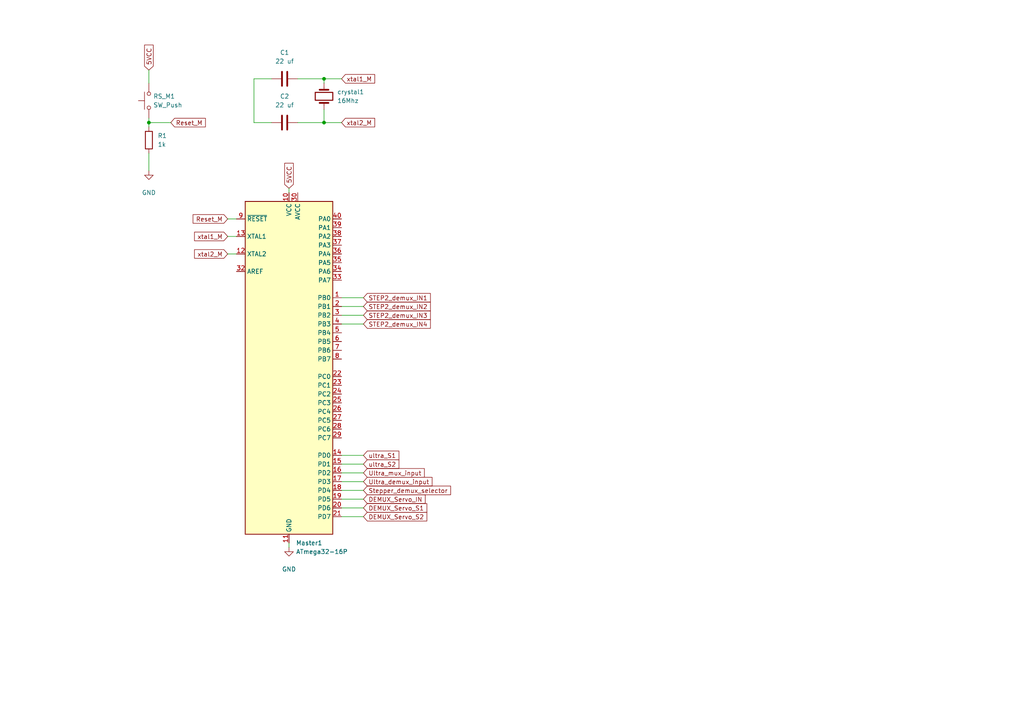
<source format=kicad_sch>
(kicad_sch (version 20211123) (generator eeschema)
  (paper "A4")
  (lib_symbols
    (symbol "Analog_Switch:CD4052B"
      (property "Reference" "U" (at -10.16 16.51 0))
      (property "Value" "CD4052B" (at 3.81 16.51 0))
      (symbol "CD4052B_0_1"
        (rectangle (start -10.16 8.89) (end -5.08 13.97) (stroke (width 0.254)))
        (rectangle (start -10.16 15.24) (end 10.16 -15.24) (stroke (width 0.254)) (fill (type background)))
        (circle (center -6.096 -7.62) (radius 0.508) (stroke (width 0.254)))
        (circle (center -6.096 5.08) (radius 0.508) (stroke (width 0.254)))
        (circle (center -2.286 -7.62) (radius 0.508) (stroke (width 0.254)))
        (circle (center -2.286 5.08) (radius 0.508) (stroke (width 0.254)))
        (polyline (pts (xy -8.128 -7.62) (xy -6.604 -7.62)) (stroke (width 0.254)))
        (polyline (pts (xy -8.128 5.08) (xy -6.604 5.08)) (stroke (width 0.254)))
        (polyline (pts (xy -5.588 -7.366) (xy -3.302 -6.604)) (stroke (width 0.254)))
        (polyline (pts (xy -5.588 5.334) (xy -3.302 6.096)) (stroke (width 0.254)))
        (polyline (pts (xy -4.572 -10.16) (xy -5.207 -10.16)) (stroke (width 0.254)))
        (polyline (pts (xy -4.572 -9.906) (xy -4.572 -9.271)) (stroke (width 0.254)))
        (polyline (pts (xy -4.572 -8.636) (xy -4.572 -8.001)) (stroke (width 0.254)))
        (polyline (pts (xy -4.572 -5.842) (xy -4.572 -5.207)) (stroke (width 0.254)))
        (polyline (pts (xy -4.572 -4.572) (xy -4.572 -3.937)) (stroke (width 0.254)))
        (polyline (pts (xy -4.572 -3.302) (xy -4.572 -2.667)) (stroke (width 0.254)))
        (polyline (pts (xy -4.572 -2.032) (xy -4.572 -1.397)) (stroke (width 0.254)))
        (polyline (pts (xy -4.572 -0.762) (xy -4.572 -0.127)) (stroke (width 0.254)))
        (polyline (pts (xy -4.572 0.508) (xy -4.572 1.143)) (stroke (width 0.254)))
        (polyline (pts (xy -4.572 2.032) (xy -4.572 2.667)) (stroke (width 0.254)))
        (polyline (pts (xy -4.572 3.302) (xy -4.572 3.937)) (stroke (width 0.254)))
        (polyline (pts (xy -4.572 4.572) (xy -4.572 5.207)) (stroke (width 0.254)))
        (polyline (pts (xy -4.572 11.43) (xy -5.08 11.43)) (stroke (width 0.254)))
        (polyline (pts (xy -3.81 11.43) (xy -3.175 11.43)) (stroke (width 0.254)))
        (polyline (pts (xy -1.778 -7.366) (xy 2.286 -5.08)) (stroke (width 0.254)))
        (polyline (pts (xy -1.778 5.334) (xy 2.286 7.62)) (stroke (width 0.254)))
        (polyline (pts (xy -1.778 11.43) (xy -2.286 11.43)) (stroke (width 0.254)))
        (polyline (pts (xy -0.508 -5.334) (xy -0.508 -4.699)) (stroke (width 0.254)))
        (polyline (pts (xy -0.508 -4.064) (xy -0.508 -3.429)) (stroke (width 0.254)))
        (polyline (pts (xy -0.508 -2.794) (xy -0.508 -2.159)) (stroke (width 0.254)))
        (polyline (pts (xy -0.508 -1.524) (xy -0.508 -0.889)) (stroke (width 0.254)))
        (polyline (pts (xy -0.508 -0.254) (xy -0.508 0.381)) (stroke (width 0.254)))
        (polyline (pts (xy -0.508 1.27) (xy -0.508 1.905)) (stroke (width 0.254)))
        (polyline (pts (xy -0.508 2.54) (xy -0.508 3.175)) (stroke (width 0.254)))
        (polyline (pts (xy -0.508 3.81) (xy -0.508 4.445)) (stroke (width 0.254)))
        (polyline (pts (xy -0.508 5.08) (xy -0.508 5.715)) (stroke (width 0.254)))
        (polyline (pts (xy -0.508 6.35) (xy -0.508 6.985)) (stroke (width 0.254)))
        (polyline (pts (xy -0.508 7.62) (xy -0.508 8.255)) (stroke (width 0.254)))
        (polyline (pts (xy -0.508 8.89) (xy -0.508 9.398)) (stroke (width 0.254)))
        (polyline (pts (xy -0.508 8.89) (xy -0.508 9.525)) (stroke (width 0.254)))
        (polyline (pts (xy -0.508 9.906) (xy -0.508 10.414)) (stroke (width 0.254)))
        (polyline (pts (xy -0.508 10.922) (xy -0.508 11.43)) (stroke (width 0.254)))
        (polyline (pts (xy -0.508 11.43) (xy -1.016 11.43)) (stroke (width 0.254)))
        (polyline (pts (xy 4.064 -12.7) (xy 5.842 -12.7)) (stroke (width 0.254)))
        (polyline (pts (xy 4.064 -10.16) (xy 5.842 -10.16)) (stroke (width 0.254)))
        (polyline (pts (xy 4.064 -7.62) (xy 5.842 -7.62)) (stroke (width 0.254)))
        (polyline (pts (xy 4.064 -5.08) (xy 5.842 -5.08)) (stroke (width 0.254)))
        (polyline (pts (xy 4.064 0) (xy 5.842 0)) (stroke (width 0.254)))
        (polyline (pts (xy 4.064 2.54) (xy 5.842 2.54)) (stroke (width 0.254)))
        (polyline (pts (xy 4.064 5.08) (xy 5.842 5.08)) (stroke (width 0.254)))
        (polyline (pts (xy 4.064 7.62) (xy 5.842 7.62)) (stroke (width 0.254)))
        (circle (center 3.556 -12.7) (radius 0.508) (stroke (width 0.254)))
        (circle (center 3.556 -10.16) (radius 0.508) (stroke (width 0.254)))
        (circle (center 3.556 -7.62) (radius 0.508) (stroke (width 0.254)))
        (circle (center 3.556 -5.08) (radius 0.508) (stroke (width 0.254)))
        (circle (center 3.556 0) (radius 0.508) (stroke (width 0.254)))
        (circle (center 3.556 2.54) (radius 0.508) (stroke (width 0.254)))
        (circle (center 3.556 5.08) (radius 0.508) (stroke (width 0.254)))
        (circle (center 3.556 7.62) (radius 0.508) (stroke (width 0.254)))
      )
      (symbol "CD4052B_1_1"
        (pin bidirectional line (at 12.7 -5.08 180) (length 2.54) (name "Y0") (number "1"))
        (pin input line (at -12.7 12.7 0) (length 2.54) (name "A") (number "10"))
        (pin bidirectional line (at 12.7 0 180) (length 2.54) (name "X3") (number "11"))
        (pin bidirectional line (at 12.7 7.62 180) (length 2.54) (name "X0") (number "12"))
        (pin bidirectional line (at -12.7 5.08 0) (length 2.54) (name "X") (number "13"))
        (pin bidirectional line (at 12.7 5.08 180) (length 2.54) (name "X1") (number "14"))
        (pin bidirectional line (at 12.7 2.54 180) (length 2.54) (name "X2") (number "15"))
        (pin power_in line (at 2.54 17.78 270) (length 2.54) (name "VDD") (number "16"))
        (pin bidirectional line (at 12.7 -10.16 180) (length 2.54) (name "Y2") (number "2"))
        (pin bidirectional line (at -12.7 -7.62 0) (length 2.54) (name "Y") (number "3"))
        (pin bidirectional line (at 12.7 -12.7 180) (length 2.54) (name "Y3") (number "4"))
        (pin bidirectional line (at 12.7 -7.62 180) (length 2.54) (name "Y1") (number "5"))
        (pin input line (at -12.7 -10.16 0) (length 2.54) (name "INH") (number "6"))
        (pin power_in line (at -2.54 -17.78 90) (length 2.54) (name "VEE") (number "7"))
        (pin power_in line (at 0 -17.78 90) (length 2.54) (name "VSS") (number "8"))
        (pin input line (at -12.7 10.16 0) (length 2.54) (name "B") (number "9"))
      )
    )
    (symbol "Connector:Conn_01x06_Female" (pin_names (offset 1.016) hide)
      (property "Reference" "J" (at 0 7.62 0))
      (property "Value" "Conn_01x06_Female" (at 0 -10.16 0))
      (symbol "Conn_01x06_Female_1_1"
        (arc (start 0 -7.112) (mid -0.508 -7.62) (end 0 -8.128) (stroke (width 0.1524)))
        (arc (start 0 -4.572) (mid -0.508 -5.08) (end 0 -5.588) (stroke (width 0.1524)))
        (arc (start 0 -2.032) (mid -0.508 -2.54) (end 0 -3.048) (stroke (width 0.1524)))
        (polyline (pts (xy -1.27 -7.62) (xy -0.508 -7.62)) (stroke (width 0.1524)))
        (polyline (pts (xy -1.27 -5.08) (xy -0.508 -5.08)) (stroke (width 0.1524)))
        (polyline (pts (xy -1.27 -2.54) (xy -0.508 -2.54)) (stroke (width 0.1524)))
        (polyline (pts (xy -1.27 0) (xy -0.508 0)) (stroke (width 0.1524)))
        (polyline (pts (xy -1.27 2.54) (xy -0.508 2.54)) (stroke (width 0.1524)))
        (polyline (pts (xy -1.27 5.08) (xy -0.508 5.08)) (stroke (width 0.1524)))
        (arc (start 0 0.508) (mid -0.508 0) (end 0 -0.508) (stroke (width 0.1524)))
        (arc (start 0 3.048) (mid -0.508 2.54) (end 0 2.032) (stroke (width 0.1524)))
        (arc (start 0 5.588) (mid -0.508 5.08) (end 0 4.572) (stroke (width 0.1524)))
        (pin passive line (at -5.08 5.08 0) (length 3.81) (name "Pin_1") (number "1"))
        (pin passive line (at -5.08 2.54 0) (length 3.81) (name "Pin_2") (number "2"))
        (pin passive line (at -5.08 0 0) (length 3.81) (name "Pin_3") (number "3"))
        (pin passive line (at -5.08 -2.54 0) (length 3.81) (name "Pin_4") (number "4"))
        (pin passive line (at -5.08 -5.08 0) (length 3.81) (name "Pin_5") (number "5"))
        (pin passive line (at -5.08 -7.62 0) (length 3.81) (name "Pin_6") (number "6"))
      )
    )
    (symbol "Connector:Screw_Terminal_01x02" (pin_names (offset 1.016) hide)
      (property "Reference" "J" (at 0 2.54 0))
      (property "Value" "Screw_Terminal_01x02" (at 0 -5.08 0))
      (symbol "Screw_Terminal_01x02_1_1"
        (rectangle (start -1.27 1.27) (end 1.27 -3.81) (stroke (width 0.254)) (fill (type background)))
        (circle (center 0 -2.54) (radius 0.635) (stroke (width 0.1524)))
        (polyline (pts (xy -0.5334 -2.2098) (xy 0.3302 -3.048)) (stroke (width 0.1524)))
        (polyline (pts (xy -0.5334 0.3302) (xy 0.3302 -0.508)) (stroke (width 0.1524)))
        (polyline (pts (xy -0.3556 -2.032) (xy 0.508 -2.8702)) (stroke (width 0.1524)))
        (polyline (pts (xy -0.3556 0.508) (xy 0.508 -0.3302)) (stroke (width 0.1524)))
        (circle (center 0 0) (radius 0.635) (stroke (width 0.1524)))
        (pin passive line (at -5.08 0 0) (length 3.81) (name "Pin_1") (number "1"))
        (pin passive line (at -5.08 -2.54 0) (length 3.81) (name "Pin_2") (number "2"))
      )
    )
    (symbol "Connector:Screw_Terminal_01x04" (pin_names (offset 1.016) hide)
      (property "Reference" "J" (at 0 5.08 0))
      (property "Value" "Screw_Terminal_01x04" (at 0 -7.62 0))
      (symbol "Screw_Terminal_01x04_1_1"
        (rectangle (start -1.27 3.81) (end 1.27 -6.35) (stroke (width 0.254)) (fill (type background)))
        (circle (center 0 -5.08) (radius 0.635) (stroke (width 0.1524)))
        (circle (center 0 -2.54) (radius 0.635) (stroke (width 0.1524)))
        (polyline (pts (xy -0.5334 -4.7498) (xy 0.3302 -5.588)) (stroke (width 0.1524)))
        (polyline (pts (xy -0.5334 -2.2098) (xy 0.3302 -3.048)) (stroke (width 0.1524)))
        (polyline (pts (xy -0.5334 0.3302) (xy 0.3302 -0.508)) (stroke (width 0.1524)))
        (polyline (pts (xy -0.5334 2.8702) (xy 0.3302 2.032)) (stroke (width 0.1524)))
        (polyline (pts (xy -0.3556 -4.572) (xy 0.508 -5.4102)) (stroke (width 0.1524)))
        (polyline (pts (xy -0.3556 -2.032) (xy 0.508 -2.8702)) (stroke (width 0.1524)))
        (polyline (pts (xy -0.3556 0.508) (xy 0.508 -0.3302)) (stroke (width 0.1524)))
        (polyline (pts (xy -0.3556 3.048) (xy 0.508 2.2098)) (stroke (width 0.1524)))
        (circle (center 0 0) (radius 0.635) (stroke (width 0.1524)))
        (circle (center 0 2.54) (radius 0.635) (stroke (width 0.1524)))
        (pin passive line (at -5.08 2.54 0) (length 3.81) (name "Pin_1") (number "1"))
        (pin passive line (at -5.08 0 0) (length 3.81) (name "Pin_2") (number "2"))
        (pin passive line (at -5.08 -2.54 0) (length 3.81) (name "Pin_3") (number "3"))
        (pin passive line (at -5.08 -5.08 0) (length 3.81) (name "Pin_4") (number "4"))
      )
    )
    (symbol "Device:C" (pin_numbers hide) (pin_names (offset 0.254))
      (property "Reference" "C" (at 0.635 2.54 0))
      (property "Value" "C" (at 0.635 -2.54 0))
      (symbol "C_0_1"
        (polyline (pts (xy -2.032 -0.762) (xy 2.032 -0.762)) (stroke (width 0.508)))
        (polyline (pts (xy -2.032 0.762) (xy 2.032 0.762)) (stroke (width 0.508)))
      )
      (symbol "C_1_1"
        (pin passive line (at 0 3.81 270) (length 2.794) (name "~") (number "1"))
        (pin passive line (at 0 -3.81 90) (length 2.794) (name "~") (number "2"))
      )
    )
    (symbol "Device:Crystal" (pin_numbers hide) (pin_names (offset 1.016) hide)
      (property "Reference" "Y" (at 0 3.81 0))
      (property "Value" "Crystal" (at 0 -3.81 0))
      (symbol "Crystal_0_1"
        (rectangle (start -1.143 2.54) (end 1.143 -2.54) (stroke (width 0.3048)))
        (polyline (pts (xy -2.54 0) (xy -1.905 0)))
        (polyline (pts (xy -1.905 -1.27) (xy -1.905 1.27)) (stroke (width 0.508)))
        (polyline (pts (xy 1.905 -1.27) (xy 1.905 1.27)) (stroke (width 0.508)))
        (polyline (pts (xy 2.54 0) (xy 1.905 0)))
      )
      (symbol "Crystal_1_1"
        (pin passive line (at -3.81 0 0) (length 1.27) (name "1") (number "1"))
        (pin passive line (at 3.81 0 180) (length 1.27) (name "2") (number "2"))
      )
    )
    (symbol "Device:R" (pin_numbers hide) (pin_names (offset 0))
      (property "Reference" "R" (at 2.032 0 90))
      (property "Value" "R" (at 0 0 90))
      (symbol "R_0_1"
        (rectangle (start -1.016 -2.54) (end 1.016 2.54) (stroke (width 0.254)))
      )
      (symbol "R_1_1"
        (pin passive line (at 0 3.81 270) (length 1.27) (name "~") (number "1"))
        (pin passive line (at 0 -3.81 90) (length 1.27) (name "~") (number "2"))
      )
    )
    (symbol "Driver_Motor:L293D" (pin_names (offset 1.016))
      (property "Reference" "U" (at -5.08 26.035 0))
      (property "Value" "L293D" (at -5.08 24.13 0))
      (symbol "L293D_0_1"
        (rectangle (start -10.16 22.86) (end 10.16 -17.78) (stroke (width 0.254)) (fill (type background)))
        (circle (center -2.286 -6.858) (radius 0.254) (fill (type outline)))
        (circle (center -2.286 8.255) (radius 0.254) (fill (type outline)))
        (polyline (pts (xy -6.35 -4.953) (xy -1.27 -4.953)))
        (polyline (pts (xy -6.35 0.127) (xy -3.175 0.127)))
        (polyline (pts (xy -6.35 10.16) (xy -1.27 10.16)))
        (polyline (pts (xy -6.35 15.24) (xy -3.175 15.24)))
        (polyline (pts (xy -1.27 0.127) (xy 6.35 0.127)))
        (polyline (pts (xy -1.27 15.24) (xy 6.35 15.24)))
        (polyline (pts (xy 0.635 -4.953) (xy 6.35 -4.953)))
        (polyline (pts (xy 0.635 10.16) (xy 6.35 10.16)))
        (polyline (pts (xy -2.286 -6.858) (xy -0.254 -6.858) (xy -0.254 -5.588)))
        (polyline (pts (xy -2.286 -0.635) (xy -2.286 -10.16) (xy -3.556 -10.16)))
        (polyline (pts (xy -2.286 8.255) (xy -0.254 8.255) (xy -0.254 9.525)))
        (polyline (pts (xy -2.286 14.478) (xy -2.286 5.08) (xy -3.556 5.08)))
        (polyline (pts (xy -3.175 1.397) (xy -3.175 -1.143) (xy -1.27 0.127) (xy -3.175 1.397)))
        (polyline (pts (xy -3.175 16.51) (xy -3.175 13.97) (xy -1.27 15.24) (xy -3.175 16.51)))
        (polyline (pts (xy -1.27 -3.683) (xy -1.27 -6.223) (xy 0.635 -4.953) (xy -1.27 -3.683)))
        (polyline (pts (xy -1.27 11.43) (xy -1.27 8.89) (xy 0.635 10.16) (xy -1.27 11.43)))
      )
      (symbol "L293D_1_1"
        (pin input line (at -12.7 5.08 0) (length 2.54) (name "EN1,2") (number "1"))
        (pin input line (at -12.7 0 0) (length 2.54) (name "3A") (number "10"))
        (pin output line (at 12.7 0 180) (length 2.54) (name "3Y") (number "11"))
        (pin power_in line (at 2.54 -20.32 90) (length 2.54) (name "GND") (number "12"))
        (pin power_in line (at 5.08 -20.32 90) (length 2.54) (name "GND") (number "13"))
        (pin output line (at 12.7 -5.08 180) (length 2.54) (name "4Y") (number "14"))
        (pin input line (at -12.7 -5.08 0) (length 2.54) (name "4A") (number "15"))
        (pin power_in line (at -2.54 25.4 270) (length 2.54) (name "VCC1") (number "16"))
        (pin input line (at -12.7 15.24 0) (length 2.54) (name "1A") (number "2"))
        (pin output line (at 12.7 15.24 180) (length 2.54) (name "1Y") (number "3"))
        (pin power_in line (at -5.08 -20.32 90) (length 2.54) (name "GND") (number "4"))
        (pin power_in line (at -2.54 -20.32 90) (length 2.54) (name "GND") (number "5"))
        (pin output line (at 12.7 10.16 180) (length 2.54) (name "2Y") (number "6"))
        (pin input line (at -12.7 10.16 0) (length 2.54) (name "2A") (number "7"))
        (pin power_in line (at 2.54 25.4 270) (length 2.54) (name "VCC2") (number "8"))
        (pin input line (at -12.7 -10.16 0) (length 2.54) (name "EN3,4") (number "9"))
      )
    )
    (symbol "MCU_Microchip_ATmega:ATmega32-16P"
      (property "Reference" "U" (at -12.7 49.53 0))
      (property "Value" "ATmega32-16P" (at 2.54 -49.53 0))
      (symbol "ATmega32-16P_0_1"
        (rectangle (start -12.7 -48.26) (end 12.7 48.26) (stroke (width 0.254)) (fill (type background)))
      )
      (symbol "ATmega32-16P_1_1"
        (pin bidirectional line (at 15.24 20.32 180) (length 2.54) (name "PB0") (number "1"))
        (pin power_in line (at 0 50.8 270) (length 2.54) (name "VCC") (number "10"))
        (pin power_in line (at 0 -50.8 90) (length 2.54) (name "GND") (number "11"))
        (pin output line (at -15.24 33.02 0) (length 2.54) (name "XTAL2") (number "12"))
        (pin input line (at -15.24 38.1 0) (length 2.54) (name "XTAL1") (number "13"))
        (pin bidirectional line (at 15.24 -25.4 180) (length 2.54) (name "PD0") (number "14"))
        (pin bidirectional line (at 15.24 -27.94 180) (length 2.54) (name "PD1") (number "15"))
        (pin bidirectional line (at 15.24 -30.48 180) (length 2.54) (name "PD2") (number "16"))
        (pin bidirectional line (at 15.24 -33.02 180) (length 2.54) (name "PD3") (number "17"))
        (pin bidirectional line (at 15.24 -35.56 180) (length 2.54) (name "PD4") (number "18"))
        (pin bidirectional line (at 15.24 -38.1 180) (length 2.54) (name "PD5") (number "19"))
        (pin bidirectional line (at 15.24 17.78 180) (length 2.54) (name "PB1") (number "2"))
        (pin bidirectional line (at 15.24 -40.64 180) (length 2.54) (name "PD6") (number "20"))
        (pin bidirectional line (at 15.24 -43.18 180) (length 2.54) (name "PD7") (number "21"))
        (pin bidirectional line (at 15.24 -2.54 180) (length 2.54) (name "PC0") (number "22"))
        (pin bidirectional line (at 15.24 -5.08 180) (length 2.54) (name "PC1") (number "23"))
        (pin bidirectional line (at 15.24 -7.62 180) (length 2.54) (name "PC2") (number "24"))
        (pin bidirectional line (at 15.24 -10.16 180) (length 2.54) (name "PC3") (number "25"))
        (pin bidirectional line (at 15.24 -12.7 180) (length 2.54) (name "PC4") (number "26"))
        (pin bidirectional line (at 15.24 -15.24 180) (length 2.54) (name "PC5") (number "27"))
        (pin bidirectional line (at 15.24 -17.78 180) (length 2.54) (name "PC6") (number "28"))
        (pin bidirectional line (at 15.24 -20.32 180) (length 2.54) (name "PC7") (number "29"))
        (pin bidirectional line (at 15.24 15.24 180) (length 2.54) (name "PB2") (number "3"))
        (pin power_in line (at 2.54 50.8 270) (length 2.54) (name "AVCC") (number "30"))
        (pin passive line (at 0 -50.8 90) (length 2.54) hide (name "GND") (number "31"))
        (pin passive line (at -15.24 27.94 0) (length 2.54) (name "AREF") (number "32"))
        (pin bidirectional line (at 15.24 25.4 180) (length 2.54) (name "PA7") (number "33"))
        (pin bidirectional line (at 15.24 27.94 180) (length 2.54) (name "PA6") (number "34"))
        (pin bidirectional line (at 15.24 30.48 180) (length 2.54) (name "PA5") (number "35"))
        (pin bidirectional line (at 15.24 33.02 180) (length 2.54) (name "PA4") (number "36"))
        (pin bidirectional line (at 15.24 35.56 180) (length 2.54) (name "PA3") (number "37"))
        (pin bidirectional line (at 15.24 38.1 180) (length 2.54) (name "PA2") (number "38"))
        (pin bidirectional line (at 15.24 40.64 180) (length 2.54) (name "PA1") (number "39"))
        (pin bidirectional line (at 15.24 12.7 180) (length 2.54) (name "PB3") (number "4"))
        (pin bidirectional line (at 15.24 43.18 180) (length 2.54) (name "PA0") (number "40"))
        (pin bidirectional line (at 15.24 10.16 180) (length 2.54) (name "PB4") (number "5"))
        (pin bidirectional line (at 15.24 7.62 180) (length 2.54) (name "PB5") (number "6"))
        (pin bidirectional line (at 15.24 5.08 180) (length 2.54) (name "PB6") (number "7"))
        (pin bidirectional line (at 15.24 2.54 180) (length 2.54) (name "PB7") (number "8"))
        (pin input line (at -15.24 43.18 0) (length 2.54) (name "~{RESET}") (number "9"))
      )
    )
    (symbol "Mechanical:MountingHole" (pin_names (offset 1.016))
      (property "Reference" "H" (at 0 5.08 0))
      (property "Value" "MountingHole" (at 0 3.175 0))
      (symbol "MountingHole_0_1"
        (circle (center 0 0) (radius 1.27) (stroke (width 1.27)))
      )
    )
    (symbol "Switch:SW_Push" (pin_numbers hide) (pin_names (offset 1.016) hide)
      (property "Reference" "SW" (at 1.27 2.54 0))
      (property "Value" "SW_Push" (at 0 -1.524 0))
      (symbol "SW_Push_0_1"
        (circle (center -2.032 0) (radius 0.508))
        (polyline (pts (xy 0 1.27) (xy 0 3.048)))
        (polyline (pts (xy 2.54 1.27) (xy -2.54 1.27)))
        (circle (center 2.032 0) (radius 0.508))
        (pin passive line (at -5.08 0 0) (length 2.54) (name "1") (number "1"))
        (pin passive line (at 5.08 0 180) (length 2.54) (name "2") (number "2"))
      )
    )
    (symbol "power:GND" (power) (pin_names (offset 0))
      (property "Value" "GND" (at 0 -3.81 0))
      (symbol "GND_0_1"
        (polyline (pts (xy 0 0) (xy 0 -1.27) (xy 1.27 -1.27) (xy 0 -2.54) (xy -1.27 -1.27) (xy 0 -1.27)))
      )
      (symbol "GND_1_1"
        (pin power_in line (at 0 0 270) (length 0) hide (name "GND") (number "1"))
      )
    )
  )
  (junction (at 96.52 -22.86))
  (junction (at 95.25 -15.24))
  (junction (at 443.23 143.51))
  (junction (at 344.17 207.01))
  (junction (at 93.98 35.56))
  (junction (at 344.17 199.39))
  (junction (at 160.02 -16.51))
  (junction (at 349.25 93.98))
  (junction (at 43.18 35.56))
  (junction (at 346.71 151.13))
  (junction (at 440.69 143.51))
  (junction (at 341.63 264.16))
  (junction (at 438.15 143.51))
  (junction (at 93.98 22.86))
  (wire (pts (xy 78.74 22.86) (xy 73.66 22.86)))
  (wire (pts (xy 377.19 125.73) (xy 374.65 125.73)))
  (wire (pts (xy 427.99 129.54) (xy 424.18 129.54)))
  (wire (pts (xy 379.73 73.66) (xy 377.19 73.66)))
  (wire (pts (xy 66.04 68.58) (xy 68.58 68.58)))
  (wire (pts (xy 344.17 207.01) (xy 356.87 207.01)))
  (wire (pts (xy 96.52 -22.86) (xy 95.25 -22.86)))
  (wire (pts (xy 105.41 86.36) (xy 99.06 86.36)))
  (wire (pts (xy 73.66 22.86) (xy 73.66 35.56)))
  (wire (pts (xy 426.72 109.22) (xy 427.99 109.22)))
  (wire (pts (xy 359.41 227.33) (xy 359.41 228.6)))
  (wire (pts (xy 438.15 139.7) (xy 438.15 143.51)))
  (wire (pts (xy 190.5 -36.83) (xy 187.96 -36.83)))
  (wire (pts (xy 93.98 -38.1) (xy 96.52 -38.1)))
  (wire (pts (xy 426.72 104.14) (xy 427.99 104.14)))
  (wire (pts (xy 455.93 104.14) (xy 453.39 104.14)))
  (wire (pts (xy 138.43 -76.2) (xy 138.43 -73.66)))
  (wire (pts (xy 43.18 44.45) (xy 43.18 49.53)))
  (wire (pts (xy 339.09 179.07) (xy 346.71 179.07)))
  (wire (pts (xy 168.91 -76.2) (xy 168.91 -73.66)))
  (wire (pts (xy 105.41 149.86) (xy 99.06 149.86)))
  (wire (pts (xy 455.93 124.46) (xy 453.39 124.46)))
  (wire (pts (xy 443.23 143.51) (xy 440.69 143.51)))
  (wire (pts (xy 43.18 35.56) (xy 49.53 35.56)))
  (wire (pts (xy 364.49 96.52) (xy 364.49 93.98)))
  (wire (pts (xy 190.5 -39.37) (xy 187.96 -39.37)))
  (wire (pts (xy 43.18 20.32) (xy 43.18 24.13)))
  (wire (pts (xy 349.25 63.5) (xy 351.79 63.5)))
  (wire (pts (xy 97.79 -22.86) (xy 96.52 -22.86)))
  (wire (pts (xy 307.34 -12.7) (xy 313.69 -12.7)))
  (wire (pts (xy 166.37 -76.2) (xy 166.37 -73.66)))
  (wire (pts (xy 374.65 184.15) (xy 372.11 184.15)))
  (wire (pts (xy 356.87 266.7) (xy 356.87 264.16)))
  (wire (pts (xy 105.41 147.32) (xy 99.06 147.32)))
  (wire (pts (xy 161.29 -76.2) (xy 161.29 -73.66)))
  (wire (pts (xy 133.35 -76.2) (xy 133.35 -73.66)))
  (wire (pts (xy 344.17 176.53) (xy 346.71 176.53)))
  (wire (pts (xy 95.25 -15.24) (xy 106.68 -15.24)))
  (wire (pts (xy 344.17 256.54) (xy 341.63 256.54)))
  (wire (pts (xy 361.95 170.18) (xy 361.95 171.45)))
  (wire (pts (xy 309.88 -10.16) (xy 309.88 -8.89)))
  (wire (pts (xy 344.17 184.15) (xy 346.71 184.15)))
  (wire (pts (xy 341.63 233.68) (xy 344.17 233.68)))
  (wire (pts (xy 349.25 93.98) (xy 361.95 93.98)))
  (wire (pts (xy 158.75 -76.2) (xy 158.75 -73.66)))
  (wire (pts (xy 445.77 143.51) (xy 443.23 143.51)))
  (wire (pts (xy 93.98 35.56) (xy 99.06 35.56)))
  (wire (pts (xy 438.15 143.51) (xy 440.69 143.51)))
  (wire (pts (xy 43.18 34.29) (xy 43.18 35.56)))
  (wire (pts (xy 346.71 151.13) (xy 359.41 151.13)))
  (wire (pts (xy 372.11 243.84) (xy 369.57 243.84)))
  (wire (pts (xy 83.82 158.75) (xy 83.82 157.48)))
  (wire (pts (xy 504.19 128.27) (xy 500.38 128.27)))
  (wire (pts (xy 109.22 -15.24) (xy 109.22 -13.97)))
  (wire (pts (xy 93.98 35.56) (xy 86.36 35.56)))
  (wire (pts (xy 160.02 -24.13) (xy 160.02 -16.51)))
  (wire (pts (xy 374.65 186.69) (xy 372.11 186.69)))
  (wire (pts (xy 93.98 22.86) (xy 99.06 22.86)))
  (wire (pts (xy 105.41 137.16) (xy 99.06 137.16)))
  (wire (pts (xy 124.46 -40.64) (xy 121.92 -40.64)))
  (wire (pts (xy 438.15 91.44) (xy 438.15 93.98)))
  (wire (pts (xy 66.04 63.5) (xy 68.58 63.5)))
  (wire (pts (xy 445.77 139.7) (xy 445.77 143.51)))
  (wire (pts (xy 105.41 91.44) (xy 99.06 91.44)))
  (wire (pts (xy 160.02 -46.99) (xy 162.56 -46.99)))
  (wire (pts (xy 364.49 114.3) (xy 364.49 115.57)))
  (wire (pts (xy 367.03 57.15) (xy 367.03 58.42)))
  (wire (pts (xy 105.41 134.62) (xy 99.06 134.62)))
  (wire (pts (xy 379.73 68.58) (xy 377.19 68.58)))
  (wire (pts (xy 427.99 114.3) (xy 424.18 114.3)))
  (wire (pts (xy 93.98 22.86) (xy 93.98 24.13)))
  (wire (pts (xy 105.41 142.24) (xy 99.06 142.24)))
  (wire (pts (xy 435.61 143.51) (xy 438.15 143.51)))
  (wire (pts (xy 163.83 -76.2) (xy 163.83 -73.66)))
  (wire (pts (xy 359.41 209.55) (xy 359.41 207.01)))
  (wire (pts (xy 344.17 196.85) (xy 344.17 199.39)))
  (wire (pts (xy 86.36 22.86) (xy 93.98 22.86)))
  (wire (pts (xy 455.93 109.22) (xy 453.39 109.22)))
  (wire (pts (xy 190.5 -41.91) (xy 187.96 -41.91)))
  (wire (pts (xy 341.63 264.16) (xy 354.33 264.16)))
  (wire (pts (xy 344.17 199.39) (xy 344.17 207.01)))
  (wire (pts (xy 361.95 153.67) (xy 361.95 151.13)))
  (wire (pts (xy 177.8 -53.34) (xy 177.8 -52.07)))
  (wire (pts (xy 372.11 241.3) (xy 369.57 241.3)))
  (wire (pts (xy 341.63 256.54) (xy 341.63 264.16)))
  (wire (pts (xy 308.61 7.62) (xy 308.61 8.89)))
  (wire (pts (xy 443.23 92.71) (xy 443.23 93.98)))
  (wire (pts (xy 349.25 71.12) (xy 351.79 71.12)))
  (wire (pts (xy 143.51 -76.2) (xy 143.51 -73.66)))
  (wire (pts (xy 171.45 -76.2) (xy 171.45 -73.66)))
  (wire (pts (xy 504.19 130.81) (xy 499.11 130.81)))
  (wire (pts (xy 93.98 31.75) (xy 93.98 35.56)))
  (wire (pts (xy 379.73 71.12) (xy 377.19 71.12)))
  (wire (pts (xy 499.11 130.81) (xy 499.11 132.08)))
  (wire (pts (xy 351.79 86.36) (xy 349.25 86.36)))
  (wire (pts (xy 105.41 139.7) (xy 99.06 139.7)))
  (wire (pts (xy 73.66 35.56) (xy 78.74 35.56)))
  (wire (pts (xy 160.02 -39.37) (xy 162.56 -39.37)))
  (wire (pts (xy 313.69 -10.16) (xy 309.88 -10.16)))
  (wire (pts (xy 346.71 143.51) (xy 346.71 151.13)))
  (wire (pts (xy 66.04 73.66) (xy 68.58 73.66)))
  (wire (pts (xy 93.98 -43.18) (xy 96.52 -43.18)))
  (wire (pts (xy 346.71 120.65) (xy 349.25 120.65)))
  (wire (pts (xy 308.61 5.08) (xy 312.42 5.08)))
  (wire (pts (xy 124.46 -38.1) (xy 121.92 -38.1)))
  (wire (pts (xy 443.23 139.7) (xy 443.23 143.51)))
  (wire (pts (xy 43.18 35.56) (xy 43.18 36.83)))
  (wire (pts (xy 426.72 124.46) (xy 427.99 124.46)))
  (wire (pts (xy 344.17 66.04) (xy 351.79 66.04)))
  (wire (pts (xy 455.93 119.38) (xy 453.39 119.38)))
  (wire (pts (xy 95.25 -22.86) (xy 95.25 -15.24)))
  (wire (pts (xy 346.71 196.85) (xy 344.17 196.85)))
  (wire (pts (xy 105.41 88.9) (xy 99.06 88.9)))
  (wire (pts (xy 140.97 -76.2) (xy 140.97 -73.66)))
  (wire (pts (xy 160.02 -44.45) (xy 162.56 -44.45)))
  (wire (pts (xy 374.65 181.61) (xy 372.11 181.61)))
  (wire (pts (xy 346.71 128.27) (xy 349.25 128.27)))
  (wire (pts (xy 105.41 132.08) (xy 99.06 132.08)))
  (wire (pts (xy 162.56 -24.13) (xy 160.02 -24.13)))
  (wire (pts (xy 341.63 241.3) (xy 344.17 241.3)))
  (wire (pts (xy 312.42 7.62) (xy 308.61 7.62)))
  (wire (pts (xy 377.19 130.81) (xy 374.65 130.81)))
  (wire (pts (xy 435.61 139.7) (xy 435.61 143.51)))
  (wire (pts (xy 146.05 -76.2) (xy 146.05 -73.66)))
  (wire (pts (xy 105.41 93.98) (xy 99.06 93.98)))
  (wire (pts (xy 105.41 144.78) (xy 99.06 144.78)))
  (wire (pts (xy 349.25 86.36) (xy 349.25 93.98)))
  (wire (pts (xy 349.25 143.51) (xy 346.71 143.51)))
  (wire (pts (xy 124.46 -35.56) (xy 121.92 -35.56)))
  (wire (pts (xy 93.98 -45.72) (xy 96.52 -45.72)))
  (wire (pts (xy 377.19 128.27) (xy 374.65 128.27)))
  (wire (pts (xy 83.82 54.61) (xy 83.82 55.88)))
  (wire (pts (xy 372.11 238.76) (xy 369.57 238.76)))
  (wire (pts (xy 426.72 119.38) (xy 427.99 119.38)))
  (wire (pts (xy 175.26 -13.97) (xy 175.26 -16.51)))
  (wire (pts (xy 346.71 199.39) (xy 344.17 199.39)))
  (wire (pts (xy 341.63 123.19) (xy 349.25 123.19)))
  (wire (pts (xy 135.89 -76.2) (xy 135.89 -73.66)))
  (wire (pts (xy 160.02 -16.51) (xy 172.72 -16.51)))
  (wire (pts (xy 111.76 -54.61) (xy 111.76 -50.8)))
  (wire (pts (xy 336.55 236.22) (xy 344.17 236.22)))
  (global_label "Stepper_demux_selector" (shape input) (at 105.41 142.24 0) (property "Intersheet References" "${INTERSHEET_REFS}" (effects hide)))
  (global_label "U3_out1" (shape input) (at 455.93 104.14 0) (property "Intersheet References" "${INTERSHEET_REFS}" (effects hide)))
  (global_label "U3_Echo" (shape input) (at 171.45 -76.2 90) (property "Intersheet References" "${INTERSHEET_REFS}" (effects hide)))
  (global_label "5VCC" (shape input) (at 359.41 209.55 270) (property "Intersheet References" "${INTERSHEET_REFS}" (effects hide)))
  (global_label "STEP2_demux_IN2" (shape input) (at 346.71 128.27 180) (property "Intersheet References" "${INTERSHEET_REFS}" (effects hide)))
  (global_label "ultra_S1" (shape input) (at 93.98 -45.72 180) (property "Intersheet References" "${INTERSHEET_REFS}" (effects hide)))
  (global_label "U2_Echo" (shape input) (at 166.37 -76.2 90) (property "Intersheet References" "${INTERSHEET_REFS}" (effects hide)))
  (global_label "Reset_M" (shape input) (at 66.04 63.5 180) (property "Intersheet References" "${INTERSHEET_REFS}" (effects hide)))
  (global_label "DEMUX_Servo_S1" (shape input) (at 105.41 147.32 0) (property "Intersheet References" "${INTERSHEET_REFS}" (effects hide)))
  (global_label "U3_out1" (shape input) (at 504.19 109.22 180) (property "Intersheet References" "${INTERSHEET_REFS}" (effects hide)))
  (global_label "5VCC" (shape input) (at 175.26 -13.97 270) (property "Intersheet References" "${INTERSHEET_REFS}" (effects hide)))
  (global_label "ultra_S1" (shape input) (at 105.41 132.08 0) (property "Intersheet References" "${INTERSHEET_REFS}" (effects hide)))
  (global_label "DEMUX_Servo_IN" (shape input) (at 105.41 144.78 0) (property "Intersheet References" "${INTERSHEET_REFS}" (effects hide)))
  (global_label "ultra_S2" (shape input) (at 93.98 -43.18 180) (property "Intersheet References" "${INTERSHEET_REFS}" (effects hide)))
  (global_label "xtal1_M" (shape input) (at 66.04 68.58 180) (property "Intersheet References" "${INTERSHEET_REFS}" (effects hide)))
  (global_label "GND" (shape input) (at 135.89 -76.2 90) (property "Intersheet References" "${INTERSHEET_REFS}" (effects hide)))
  (global_label "Stepper_demux_selector" (shape input) (at 346.71 120.65 180) (property "Intersheet References" "${INTERSHEET_REFS}" (effects hide)))
  (global_label "U3_in_4" (shape input) (at 372.11 238.76 0) (property "Intersheet References" "${INTERSHEET_REFS}" (effects hide)))
  (global_label "DEMUX_Servo_S2" (shape input) (at 105.41 149.86 0) (property "Intersheet References" "${INTERSHEET_REFS}" (effects hide)))
  (global_label "STEP2_demux_IN4" (shape input) (at 341.63 241.3 180) (property "Intersheet References" "${INTERSHEET_REFS}" (effects hide)))
  (global_label "U3_in_2" (shape input) (at 377.19 125.73 0) (property "Intersheet References" "${INTERSHEET_REFS}" (effects hide)))
  (global_label "xtal2_M" (shape input) (at 66.04 73.66 180) (property "Intersheet References" "${INTERSHEET_REFS}" (effects hide)))
  (global_label "U3_Tri" (shape input) (at 168.91 -76.2 90) (property "Intersheet References" "${INTERSHEET_REFS}" (effects hide)))
  (global_label "U3_in_1" (shape input) (at 426.72 104.14 180) (property "Intersheet References" "${INTERSHEET_REFS}" (effects hide)))
  (global_label "Ultra_mux_input" (shape input) (at 105.41 137.16 0) (property "Intersheet References" "${INTERSHEET_REFS}" (effects hide)))
  (global_label "12VCC" (shape input) (at 500.38 128.27 180) (property "Intersheet References" "${INTERSHEET_REFS}" (effects hide)))
  (global_label "U3_out4" (shape input) (at 455.93 124.46 0) (property "Intersheet References" "${INTERSHEET_REFS}" (effects hide)))
  (global_label "U3_in_2" (shape input) (at 426.72 109.22 180) (property "Intersheet References" "${INTERSHEET_REFS}" (effects hide)))
  (global_label "U3_Tri" (shape input) (at 124.46 -35.56 0) (property "Intersheet References" "${INTERSHEET_REFS}" (effects hide)))
  (global_label "GND" (shape input) (at 140.97 -76.2 90) (property "Intersheet References" "${INTERSHEET_REFS}" (effects hide)))
  (global_label "U1_Tri" (shape input) (at 158.75 -76.2 90) (property "Intersheet References" "${INTERSHEET_REFS}" (effects hide)))
  (global_label "5VCC" (shape input) (at 361.95 153.67 270) (property "Intersheet References" "${INTERSHEET_REFS}" (effects hide)))
  (global_label "5VCC" (shape input) (at 143.51 -76.2 90) (property "Intersheet References" "${INTERSHEET_REFS}" (effects hide)))
  (global_label "U3_in_1" (shape input) (at 379.73 68.58 0) (property "Intersheet References" "${INTERSHEET_REFS}" (effects hide)))
  (global_label "5VCC" (shape input) (at 424.18 129.54 180) (property "Intersheet References" "${INTERSHEET_REFS}" (effects hide)))
  (global_label "5VCC" (shape input) (at 43.18 20.32 90) (property "Intersheet References" "${INTERSHEET_REFS}" (effects hide)))
  (global_label "STEP2_demux_IN4" (shape input) (at 105.41 93.98 0) (property "Intersheet References" "${INTERSHEET_REFS}" (effects hide)))
  (global_label "U2_Tri" (shape input) (at 124.46 -38.1 0) (property "Intersheet References" "${INTERSHEET_REFS}" (effects hide)))
  (global_label "12VCC" (shape input) (at 443.23 92.71 90) (property "Intersheet References" "${INTERSHEET_REFS}" (effects hide)))
  (global_label "12VCC" (shape input) (at 308.61 5.08 180) (property "Intersheet References" "${INTERSHEET_REFS}" (effects hide)))
  (global_label "5VCC" (shape input) (at 364.49 114.3 90) (property "Intersheet References" "${INTERSHEET_REFS}" (effects hide)))
  (global_label "Stepper_demux_selector" (shape input) (at 349.25 63.5 180) (property "Intersheet References" "${INTERSHEET_REFS}" (effects hide)))
  (global_label "5VCC" (shape input) (at 109.22 -13.97 270) (property "Intersheet References" "${INTERSHEET_REFS}" (effects hide)))
  (global_label "Stepper_demux_selector" (shape input) (at 344.17 176.53 180) (property "Intersheet References" "${INTERSHEET_REFS}" (effects hide)))
  (global_label "U3_out3" (shape input) (at 504.19 114.3 180) (property "Intersheet References" "${INTERSHEET_REFS}" (effects hide)))
  (global_label "5VCC" (shape input) (at 307.34 -12.7 180) (property "Intersheet References" "${INTERSHEET_REFS}" (effects hide)))
  (global_label "U3_out4" (shape input) (at 504.19 116.84 180) (property "Intersheet References" "${INTERSHEET_REFS}" (effects hide)))
  (global_label "U1_Echo" (shape input) (at 190.5 -41.91 0) (property "Intersheet References" "${INTERSHEET_REFS}" (effects hide)))
  (global_label "5VCC" (shape input) (at 111.76 -54.61 90) (property "Intersheet References" "${INTERSHEET_REFS}" (effects hide)))
  (global_label "5VCC" (shape input) (at 133.35 -76.2 90) (property "Intersheet References" "${INTERSHEET_REFS}" (effects hide)))
  (global_label "U1_Echo" (shape input) (at 161.29 -76.2 90) (property "Intersheet References" "${INTERSHEET_REFS}" (effects hide)))
  (global_label "U3_out3" (shape input) (at 455.93 119.38 0) (property "Intersheet References" "${INTERSHEET_REFS}" (effects hide)))
  (global_label "U3_in_4" (shape input) (at 426.72 124.46 180) (property "Intersheet References" "${INTERSHEET_REFS}" (effects hide)))
  (global_label "5VCC" (shape input) (at 359.41 227.33 90) (property "Intersheet References" "${INTERSHEET_REFS}" (effects hide)))
  (global_label "xtal1_M" (shape input) (at 99.06 22.86 0) (property "Intersheet References" "${INTERSHEET_REFS}" (effects hide)))
  (global_label "5VCC" (shape input) (at 364.49 96.52 270) (property "Intersheet References" "${INTERSHEET_REFS}" (effects hide)))
  (global_label "Ultra_demux_input" (shape input) (at 93.98 -38.1 180) (property "Intersheet References" "${INTERSHEET_REFS}" (effects hide)))
  (global_label "GND" (shape input) (at 146.05 -76.2 90) (property "Intersheet References" "${INTERSHEET_REFS}" (effects hide)))
  (global_label "ultra_S2" (shape input) (at 160.02 -44.45 180) (property "Intersheet References" "${INTERSHEET_REFS}" (effects hide)))
  (global_label "5VCC" (shape input) (at 438.15 91.44 90) (property "Intersheet References" "${INTERSHEET_REFS}" (effects hide)))
  (global_label "Ultra_demux_input" (shape input) (at 105.41 139.7 0) (property "Intersheet References" "${INTERSHEET_REFS}" (effects hide)))
  (global_label "xtal2_M" (shape input) (at 99.06 35.56 0) (property "Intersheet References" "${INTERSHEET_REFS}" (effects hide)))
  (global_label "Ultra_mux_input" (shape input) (at 160.02 -39.37 180) (property "Intersheet References" "${INTERSHEET_REFS}" (effects hide)))
  (global_label "STEP2_demux_IN1" (shape input) (at 105.41 86.36 0) (property "Intersheet References" "${INTERSHEET_REFS}" (effects hide)))
  (global_label "5VCC" (shape input) (at 356.87 266.7 270) (property "Intersheet References" "${INTERSHEET_REFS}" (effects hide)))
  (global_label "Stepper_demux_selector" (shape input) (at 341.63 233.68 180) (property "Intersheet References" "${INTERSHEET_REFS}" (effects hide)))
  (global_label "U3_out2" (shape input) (at 504.19 111.76 180) (property "Intersheet References" "${INTERSHEET_REFS}" (effects hide)))
  (global_label "5VCC" (shape input) (at 83.82 54.61 90) (property "Intersheet References" "${INTERSHEET_REFS}" (effects hide)))
  (global_label "5VCC" (shape input) (at 138.43 -76.2 90) (property "Intersheet References" "${INTERSHEET_REFS}" (effects hide)))
  (global_label "U1_Tri" (shape input) (at 124.46 -40.64 0) (property "Intersheet References" "${INTERSHEET_REFS}" (effects hide)))
  (global_label "Reset_M" (shape input) (at 49.53 35.56 0) (property "Intersheet References" "${INTERSHEET_REFS}" (effects hide)))
  (global_label "STEP2_demux_IN2" (shape input) (at 105.41 88.9 0) (property "Intersheet References" "${INTERSHEET_REFS}" (effects hide)))
  (global_label "5VCC" (shape input) (at 367.03 57.15 90) (property "Intersheet References" "${INTERSHEET_REFS}" (effects hide)))
  (global_label "STEP2_demux_IN1" (shape input) (at 349.25 71.12 180) (property "Intersheet References" "${INTERSHEET_REFS}" (effects hide)))
  (global_label "U2_Echo" (shape input) (at 190.5 -39.37 0) (property "Intersheet References" "${INTERSHEET_REFS}" (effects hide)))
  (global_label "ultra_S1" (shape input) (at 160.02 -46.99 180) (property "Intersheet References" "${INTERSHEET_REFS}" (effects hide)))
  (global_label "5VCC" (shape input) (at 177.8 -53.34 90) (property "Intersheet References" "${INTERSHEET_REFS}" (effects hide)))
  (global_label "U3_Echo" (shape input) (at 190.5 -36.83 0) (property "Intersheet References" "${INTERSHEET_REFS}" (effects hide)))
  (global_label "U3_out2" (shape input) (at 455.93 109.22 0) (property "Intersheet References" "${INTERSHEET_REFS}" (effects hide)))
  (global_label "U3_in_3" (shape input) (at 374.65 181.61 0) (property "Intersheet References" "${INTERSHEET_REFS}" (effects hide)))
  (global_label "5VCC" (shape input) (at 424.18 114.3 180) (property "Intersheet References" "${INTERSHEET_REFS}" (effects hide)))
  (global_label "STEP2_demux_IN3" (shape input) (at 105.41 91.44 0) (property "Intersheet References" "${INTERSHEET_REFS}" (effects hide)))
  (global_label "STEP2_demux_IN3" (shape input) (at 344.17 184.15 180) (property "Intersheet References" "${INTERSHEET_REFS}" (effects hide)))
  (global_label "5VCC" (shape input) (at 361.95 170.18 90) (property "Intersheet References" "${INTERSHEET_REFS}" (effects hide)))
  (global_label "U2_Tri" (shape input) (at 163.83 -76.2 90) (property "Intersheet References" "${INTERSHEET_REFS}" (effects hide)))
  (global_label "ultra_S2" (shape input) (at 105.41 134.62 0) (property "Intersheet References" "${INTERSHEET_REFS}" (effects hide)))
  (global_label "U3_in_3" (shape input) (at 426.72 119.38 180) (property "Intersheet References" "${INTERSHEET_REFS}" (effects hide)))
  (symbol (lib_id "Device:C") (at 82.55 35.56 90) (unit 1)
    (property "Reference" "C2" (at 82.55 27.94 90))
    (property "Value" "22 uf" (at 82.55 30.48 90))
    (property "Footprint" "Capacitor_THT:C_Disc_D11.0mm_W5.0mm_P7.50mm" (effects hide))
  )
  (symbol (lib_id "power:GND") (at 341.63 264.16 0) (unit 1)
    (property "Reference" "#PWR033" (effects hide))
    (property "Value" "GND" (at 341.63 270.51 0))
  )
  (symbol (lib_id "Connector:Screw_Terminal_01x04") (at 509.27 111.76 0) (unit 1)
    (property "Reference" "STEP_U3" (at 511.81 111.7599 0) (effects (justify left)))
    (property "Value" "Screw_Terminal_01x04" (at 511.81 114.2999 0) (effects (justify left)))
    (property "Footprint" "TerminalBlock_Phoenix:TerminalBlock_Phoenix_MKDS-1,5-4_1x04_P5.00mm_Horizontal" (effects hide))
  )
  (symbol (lib_id "power:GND") (at 341.63 123.19 0) (unit 1)
    (property "Reference" "#PWR032" (effects hide))
    (property "Value" "GND" (at 344.17 124.4599 0) (effects (justify left)))
  )
  (symbol (lib_id "power:GND") (at 308.61 8.89 0) (unit 1)
    (property "Reference" "#PWR038" (effects hide))
    (property "Value" "GND" (at 308.61 12.7 0))
  )
  (symbol (lib_id "Device:C") (at 82.55 22.86 90) (unit 1)
    (property "Reference" "C1" (at 82.55 15.24 90))
    (property "Value" "22 uf" (at 82.55 17.78 90))
    (property "Footprint" "Capacitor_THT:C_Disc_D11.0mm_W5.0mm_P7.50mm" (effects hide))
  )
  (symbol (lib_id "Device:Crystal") (at 93.98 27.94 90) (mirror x) (unit 1)
    (property "Reference" "crystal1" (at 97.79 26.6699 90) (effects (justify right)))
    (property "Value" "16Mhz" (at 97.79 29.2099 90) (effects (justify right)))
    (property "Footprint" "Crystal:Crystal_HC49-4H_Vertical" (effects hide))
  )
  (symbol (lib_id "Device:R") (at 43.18 40.64 0) (unit 1)
    (property "Reference" "R1" (at 45.72 39.3699 0) (effects (justify left)))
    (property "Value" "1k" (at 45.72 41.9099 0) (effects (justify left)))
    (property "Footprint" "Resistor_THT:R_Axial_DIN0204_L3.6mm_D1.6mm_P5.08mm_Horizontal" (effects hide))
  )
  (symbol (lib_id "Switch:SW_Push") (at 43.18 29.21 90) (unit 1)
    (property "Reference" "RS_M1" (at 44.45 27.9399 90) (effects (justify right)))
    (property "Value" "SW_Push" (at 44.45 30.4799 90) (effects (justify right)))
    (property "Footprint" "Button_Switch_THT:SW_PUSH_6mm_H7.3mm" (effects hide))
  )
  (symbol (lib_id "power:GND") (at 344.17 207.01 0) (unit 1)
    (property "Reference" "#PWR035" (effects hide))
    (property "Value" "GND" (at 344.17 213.36 0))
  )
  (symbol (lib_id "power:GND") (at 349.25 93.98 0) (unit 1)
    (property "Reference" "#PWR037" (effects hide))
    (property "Value" "GND" (at 349.25 100.33 0))
  )
  (symbol (lib_id "Mechanical:MountingHole") (at -147.32 -50.8 0) (unit 1)
    (property "Reference" "H1" (at -144.78 -52.0701 0) (effects (justify left)))
    (property "Value" "MountingHole" (at -144.78 -49.5301 0) (effects (justify left)))
    (property "Footprint" "MountingHole:MountingHole_5mm" (effects hide))
  )
  (symbol (lib_id "power:GND") (at 95.25 -15.24 0) (unit 1)
    (property "Reference" "#PWR024" (effects hide))
    (property "Value" "GND" (at 95.25 -8.89 0))
  )
  (symbol (lib_id "Mechanical:MountingHole") (at -78.74 -50.8 0) (unit 1)
    (property "Reference" "H3" (at -76.2 -52.0701 0) (effects (justify left)))
    (property "Value" "MountingHole" (at -76.2 -49.5301 0) (effects (justify left)))
    (property "Footprint" "MountingHole:MountingHole_5mm" (effects hide))
  )
  (symbol (lib_id "Analog_Switch:CD4052B") (at 356.87 246.38 0) (unit 1)
    (property "Reference" "CD4052_4" (at 361.4294 226.06 0) (effects (justify left)))
    (property "Value" "CD4052B" (at 361.4294 228.6 0) (effects (justify left)))
    (property "Footprint" "Package_DIP:DIP-16_W7.62mm_LongPads" (effects hide))
    (property "Datasheet" "http://www.ti.com/lit/ds/symlink/cd4052b.pdf" (effects hide))
  )
  (symbol (lib_id "MCU_Microchip_ATmega:ATmega32-16P") (at 83.82 106.68 0) (unit 1)
    (property "Reference" "Master1" (at 85.8394 157.48 0) (effects (justify left)))
    (property "Value" "ATmega32-16P" (at 85.8394 160.02 0) (effects (justify left)))
    (property "Footprint" "Package_DIP:DIP-40_W15.24mm" (effects hide))
    (property "Datasheet" "http://ww1.microchip.com/downloads/en/DeviceDoc/doc2503.pdf" (effects hide))
  )
  (symbol (lib_id "power:GND") (at 43.18 49.53 0) (unit 1)
    (property "Reference" "#PWR022" (effects hide))
    (property "Value" "GND" (at 43.18 55.88 0))
  )
  (symbol (lib_id "power:GND") (at 336.55 236.22 0) (unit 1)
    (property "Reference" "#PWR030" (effects hide))
    (property "Value" "GND" (at 339.09 237.4899 0) (effects (justify left)))
  )
  (symbol (lib_id "Mechanical:MountingHole") (at -43.18 -49.53 0) (unit 1)
    (property "Reference" "H4" (at -40.64 -50.8001 0) (effects (justify left)))
    (property "Value" "MountingHole" (at -40.64 -48.2601 0) (effects (justify left)))
    (property "Footprint" "MountingHole:MountingHole_5mm" (effects hide))
  )
  (symbol (lib_id "Analog_Switch:CD4052B") (at 361.95 133.35 0) (unit 1)
    (property "Reference" "CD4052_2" (at 366.5094 113.03 0) (effects (justify left)))
    (property "Value" "CD4052B" (at 366.5094 115.57 0) (effects (justify left)))
    (property "Footprint" "Package_DIP:DIP-16_W7.62mm_LongPads" (effects hide))
    (property "Datasheet" "http://www.ti.com/lit/ds/symlink/cd4052b.pdf" (effects hide))
  )
  (symbol (lib_id "power:GND") (at 346.71 151.13 0) (unit 1)
    (property "Reference" "#PWR036" (effects hide))
    (property "Value" "GND" (at 346.71 157.48 0))
  )
  (symbol (lib_id "Analog_Switch:CD4052B") (at 109.22 -33.02 0) (unit 1)
    (property "Reference" "U14" (at 113.7794 -53.34 0) (effects (justify left)))
    (property "Value" "CD4052B" (at 113.7794 -50.8 0) (effects (justify left)))
    (property "Footprint" "Package_DIP:DIP-16_W7.62mm" (effects hide))
    (property "Datasheet" "http://www.ti.com/lit/ds/symlink/cd4052b.pdf" (effects hide))
  )
  (symbol (lib_id "Analog_Switch:CD4052B") (at 364.49 76.2 0) (unit 1)
    (property "Reference" "CD4052_1" (at 369.0494 55.88 0) (effects (justify left)))
    (property "Value" "CD4052B" (at 369.0494 58.42 0) (effects (justify left)))
    (property "Footprint" "Package_DIP:DIP-16_W7.62mm_LongPads" (effects hide))
    (property "Datasheet" "http://www.ti.com/lit/ds/symlink/cd4052b.pdf" (effects hide))
  )
  (symbol (lib_id "power:GND") (at 160.02 -16.51 0) (unit 1)
    (property "Reference" "#PWR027" (effects hide))
    (property "Value" "GND" (at 160.02 -10.16 0))
  )
  (symbol (lib_id "Connector:Screw_Terminal_01x02") (at 318.77 -12.7 0) (unit 1)
    (property "Reference" "SC_1" (at 321.31 -12.7001 0) (effects (justify left)))
    (property "Value" "5V" (at 321.31 -10.1601 0) (effects (justify left)))
    (property "Footprint" "TerminalBlock_Altech:Altech_AK300_1x02_P5.00mm_45-Degree" (effects hide))
  )
  (symbol (lib_id "Connector:Screw_Terminal_01x02") (at 317.5 5.08 0) (unit 1)
    (property "Reference" "JSC_2" (at 320.04 5.0799 0) (effects (justify left)))
    (property "Value" "12V" (at 320.04 7.6199 0) (effects (justify left)))
    (property "Footprint" "TerminalBlock_Altech:Altech_AK300_1x02_P5.00mm_45-Degree" (effects hide))
  )
  (symbol (lib_id "Driver_Motor:L293D") (at 440.69 119.38 0) (unit 1)
    (property "Reference" "L293D10" (at 445.77 92.71 0) (effects (justify left)))
    (property "Value" "L293D" (at 445.2494 93.98 0) (effects (justify left)))
    (property "Footprint" "Package_DIP:DIP-16_W7.62mm" (effects hide))
    (property "Datasheet" "http://www.ti.com/lit/ds/symlink/l293.pdf" (effects hide))
  )
  (symbol (lib_id "power:GND") (at 440.69 143.51 0) (unit 1)
    (property "Reference" "#PWR041" (effects hide))
    (property "Value" "GND" (at 440.69 148.59 0))
  )
  (symbol (lib_id "Mechanical:MountingHole") (at -110.49 -50.8 0) (unit 1)
    (property "Reference" "H2" (at -107.95 -52.0701 0) (effects (justify left)))
    (property "Value" "MountingHole" (at -107.95 -49.5301 0) (effects (justify left)))
    (property "Footprint" "MountingHole:MountingHole_5mm" (effects hide))
  )
  (symbol (lib_id "power:GND") (at 309.88 -8.89 0) (unit 1)
    (property "Reference" "#PWR039" (effects hide))
    (property "Value" "GND" (at 309.88 -5.08 0))
  )
  (symbol (lib_id "power:GND") (at 344.17 66.04 0) (unit 1)
    (property "Reference" "#PWR034" (effects hide))
    (property "Value" "GND" (at 346.71 67.3099 0) (effects (justify left)))
  )
  (symbol (lib_id "Connector:Conn_01x06_Female") (at 166.37 -68.58 270) (unit 1)
    (property "Reference" "ultra_con1" (at 165.1 -64.77 90))
    (property "Value" "Conn_01x06_Female" (at 165.1 -62.23 90))
    (property "Footprint" "Connector_JST:JST_EH_B6B-EH-A_1x06_P2.50mm_Vertical" (effects hide))
  )
  (symbol (lib_id "power:GND") (at 499.11 132.08 0) (unit 1)
    (property "Reference" "#PWR042" (effects hide))
    (property "Value" "GND" (at 499.11 137.16 0))
  )
  (symbol (lib_id "Connector:Screw_Terminal_01x02") (at 509.27 128.27 0) (unit 1)
    (property "Reference" "J11" (at 509.27 121.92 0))
    (property "Value" "Screw_Terminal_01x02" (at 509.27 124.46 0))
    (property "Footprint" "TerminalBlock_Phoenix:TerminalBlock_Phoenix_MKDS-1,5-2-5.08_1x02_P5.08mm_Horizontal" (effects hide))
  )
  (symbol (lib_id "power:GND") (at 339.09 179.07 0) (unit 1)
    (property "Reference" "#PWR031" (effects hide))
    (property "Value" "GND" (at 341.63 180.3399 0) (effects (justify left)))
  )
  (symbol (lib_id "Analog_Switch:CD4052B") (at 359.41 189.23 0) (unit 1)
    (property "Reference" "CD4052_3" (at 363.9694 168.91 0) (effects (justify left)))
    (property "Value" "CD4052B" (at 363.9694 171.45 0) (effects (justify left)))
    (property "Footprint" "Package_DIP:DIP-16_W7.62mm_LongPads" (effects hide))
    (property "Datasheet" "http://www.ti.com/lit/ds/symlink/cd4052b.pdf" (effects hide))
  )
  (symbol (lib_id "power:GND") (at 83.82 158.75 0) (unit 1)
    (property "Reference" "#PWR0101" (effects hide))
    (property "Value" "GND" (at 83.82 165.1 0))
  )
  (symbol (lib_id "Analog_Switch:CD4052B") (at 175.26 -34.29 0) (unit 1)
    (property "Reference" "U16" (at 179.8194 -54.61 0) (effects (justify left)))
    (property "Value" "CD4052B" (at 179.8194 -52.07 0) (effects (justify left)))
    (property "Footprint" "Package_DIP:DIP-16_W7.62mm" (effects hide))
    (property "Datasheet" "http://www.ti.com/lit/ds/symlink/cd4052b.pdf" (effects hide))
  )
  (symbol (lib_id "Connector:Conn_01x06_Female") (at 140.97 -68.58 270) (unit 1)
    (property "Reference" "ultra_pow1" (at 139.7 -64.77 90))
    (property "Value" "Conn_01x06_Female" (at 139.7 -62.23 90))
    (property "Footprint" "Connector_JST:JST_EH_B6B-EH-A_1x06_P2.50mm_Vertical" (effects hide))
  )
)
</source>
